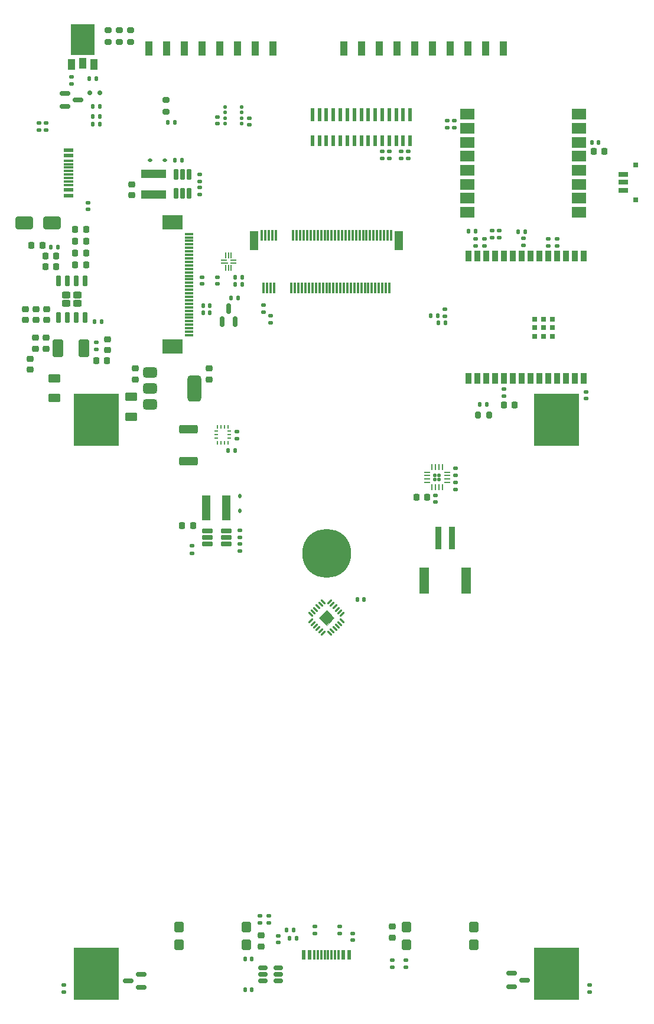
<source format=gbp>
G04 #@! TF.GenerationSoftware,KiCad,Pcbnew,9.0.2*
G04 #@! TF.CreationDate,2025-06-10T21:15:00+02:00*
G04 #@! TF.ProjectId,badgeCarrierCard,62616467-6543-4617-9272-696572436172,V2.5*
G04 #@! TF.SameCoordinates,Original*
G04 #@! TF.FileFunction,Paste,Bot*
G04 #@! TF.FilePolarity,Positive*
%FSLAX46Y46*%
G04 Gerber Fmt 4.6, Leading zero omitted, Abs format (unit mm)*
G04 Created by KiCad (PCBNEW 9.0.2) date 2025-06-10 21:15:00*
%MOMM*%
%LPD*%
G01*
G04 APERTURE LIST*
G04 Aperture macros list*
%AMRoundRect*
0 Rectangle with rounded corners*
0 $1 Rounding radius*
0 $2 $3 $4 $5 $6 $7 $8 $9 X,Y pos of 4 corners*
0 Add a 4 corners polygon primitive as box body*
4,1,4,$2,$3,$4,$5,$6,$7,$8,$9,$2,$3,0*
0 Add four circle primitives for the rounded corners*
1,1,$1+$1,$2,$3*
1,1,$1+$1,$4,$5*
1,1,$1+$1,$6,$7*
1,1,$1+$1,$8,$9*
0 Add four rect primitives between the rounded corners*
20,1,$1+$1,$2,$3,$4,$5,0*
20,1,$1+$1,$4,$5,$6,$7,0*
20,1,$1+$1,$6,$7,$8,$9,0*
20,1,$1+$1,$8,$9,$2,$3,0*%
G04 Aperture macros list end*
%ADD10C,0.010000*%
%ADD11RoundRect,0.200000X-0.275000X0.200000X-0.275000X-0.200000X0.275000X-0.200000X0.275000X0.200000X0*%
%ADD12RoundRect,0.140000X-0.170000X0.140000X-0.170000X-0.140000X0.170000X-0.140000X0.170000X0.140000X0*%
%ADD13RoundRect,0.225000X0.250000X-0.225000X0.250000X0.225000X-0.250000X0.225000X-0.250000X-0.225000X0*%
%ADD14RoundRect,0.200000X0.200000X0.275000X-0.200000X0.275000X-0.200000X-0.275000X0.200000X-0.275000X0*%
%ADD15RoundRect,0.225000X0.225000X0.250000X-0.225000X0.250000X-0.225000X-0.250000X0.225000X-0.250000X0*%
%ADD16RoundRect,0.135000X-0.185000X0.135000X-0.185000X-0.135000X0.185000X-0.135000X0.185000X0.135000X0*%
%ADD17RoundRect,0.112500X0.187500X0.112500X-0.187500X0.112500X-0.187500X-0.112500X0.187500X-0.112500X0*%
%ADD18RoundRect,0.125000X0.137500X-0.125000X0.137500X0.125000X-0.137500X0.125000X-0.137500X-0.125000X0*%
%ADD19RoundRect,0.135000X0.135000X0.185000X-0.135000X0.185000X-0.135000X-0.185000X0.135000X-0.185000X0*%
%ADD20R,0.600000X1.450000*%
%ADD21R,0.300000X1.450000*%
%ADD22C,7.000000*%
%ADD23RoundRect,0.250000X-0.625000X0.375000X-0.625000X-0.375000X0.625000X-0.375000X0.625000X0.375000X0*%
%ADD24RoundRect,0.150000X0.587500X0.150000X-0.587500X0.150000X-0.587500X-0.150000X0.587500X-0.150000X0*%
%ADD25RoundRect,0.218750X-0.256250X0.218750X-0.256250X-0.218750X0.256250X-0.218750X0.256250X0.218750X0*%
%ADD26RoundRect,0.150000X-0.587500X-0.150000X0.587500X-0.150000X0.587500X0.150000X-0.587500X0.150000X0*%
%ADD27RoundRect,0.250000X-1.000000X-0.650000X1.000000X-0.650000X1.000000X0.650000X-1.000000X0.650000X0*%
%ADD28RoundRect,0.032500X0.342947X-0.205061X-0.205061X0.342947X-0.342947X0.205061X0.205061X-0.342947X0*%
%ADD29RoundRect,0.032500X0.342947X0.205061X0.205061X0.342947X-0.342947X-0.205061X-0.205061X-0.342947X0*%
%ADD30RoundRect,0.242500X-0.382500X0.242500X-0.382500X-0.242500X0.382500X-0.242500X0.382500X0.242500X0*%
%ADD31RoundRect,0.150000X-0.150000X0.650000X-0.150000X-0.650000X0.150000X-0.650000X0.150000X0.650000X0*%
%ADD32RoundRect,0.225000X-0.250000X0.225000X-0.250000X-0.225000X0.250000X-0.225000X0.250000X0.225000X0*%
%ADD33RoundRect,0.135000X0.185000X-0.135000X0.185000X0.135000X-0.185000X0.135000X-0.185000X-0.135000X0*%
%ADD34RoundRect,0.150000X0.150000X-0.587500X0.150000X0.587500X-0.150000X0.587500X-0.150000X-0.587500X0*%
%ADD35RoundRect,0.176250X-0.528750X-0.558750X0.528750X-0.558750X0.528750X0.558750X-0.528750X0.558750X0*%
%ADD36RoundRect,0.140000X-0.140000X-0.170000X0.140000X-0.170000X0.140000X0.170000X-0.140000X0.170000X0*%
%ADD37R,6.470000X7.460000*%
%ADD38RoundRect,0.250000X1.075000X-0.362500X1.075000X0.362500X-1.075000X0.362500X-1.075000X-0.362500X0*%
%ADD39RoundRect,0.218750X0.256250X-0.218750X0.256250X0.218750X-0.256250X0.218750X-0.256250X-0.218750X0*%
%ADD40RoundRect,0.225000X-0.225000X-0.250000X0.225000X-0.250000X0.225000X0.250000X-0.225000X0.250000X0*%
%ADD41RoundRect,0.112500X0.112500X-0.187500X0.112500X0.187500X-0.112500X0.187500X-0.112500X-0.187500X0*%
%ADD42RoundRect,0.176250X0.528750X0.558750X-0.528750X0.558750X-0.528750X-0.558750X0.528750X-0.558750X0*%
%ADD43RoundRect,0.250001X-0.499999X-0.999999X0.499999X-0.999999X0.499999X0.999999X-0.499999X0.999999X0*%
%ADD44RoundRect,0.218750X-0.218750X-0.256250X0.218750X-0.256250X0.218750X0.256250X-0.218750X0.256250X0*%
%ADD45RoundRect,0.135000X-0.135000X-0.185000X0.135000X-0.185000X0.135000X0.185000X-0.135000X0.185000X0*%
%ADD46RoundRect,0.125000X0.125000X0.125000X-0.125000X0.125000X-0.125000X-0.125000X0.125000X-0.125000X0*%
%ADD47RoundRect,0.062500X0.350000X0.062500X-0.350000X0.062500X-0.350000X-0.062500X0.350000X-0.062500X0*%
%ADD48RoundRect,0.062500X0.062500X0.350000X-0.062500X0.350000X-0.062500X-0.350000X0.062500X-0.350000X0*%
%ADD49R,0.250000X0.475000*%
%ADD50R,0.475000X0.250000*%
%ADD51R,2.000000X1.500000*%
%ADD52RoundRect,0.218750X0.218750X0.256250X-0.218750X0.256250X-0.218750X-0.256250X0.218750X-0.256250X0*%
%ADD53R,1.000000X2.000000*%
%ADD54R,1.400000X0.800000*%
%ADD55R,0.800000X0.650000*%
%ADD56R,0.900000X1.500000*%
%ADD57R,0.800000X0.800000*%
%ADD58R,1.450000X0.600000*%
%ADD59R,1.450000X0.300000*%
%ADD60RoundRect,0.162500X0.617500X0.162500X-0.617500X0.162500X-0.617500X-0.162500X0.617500X-0.162500X0*%
%ADD61R,0.900000X3.300000*%
%ADD62R,1.400000X3.700000*%
%ADD63RoundRect,0.150000X0.150000X0.200000X-0.150000X0.200000X-0.150000X-0.200000X0.150000X-0.200000X0*%
%ADD64RoundRect,0.140000X0.140000X0.170000X-0.140000X0.170000X-0.140000X-0.170000X0.140000X-0.170000X0*%
%ADD65RoundRect,0.050000X-0.437500X-0.050000X0.437500X-0.050000X0.437500X0.050000X-0.437500X0.050000X0*%
%ADD66RoundRect,0.050000X-0.337500X-0.050000X0.337500X-0.050000X0.337500X0.050000X-0.337500X0.050000X0*%
%ADD67RoundRect,0.050000X-0.050000X-0.337500X0.050000X-0.337500X0.050000X0.337500X-0.050000X0.337500X0*%
%ADD68RoundRect,0.147500X-0.172500X0.147500X-0.172500X-0.147500X0.172500X-0.147500X0.172500X0.147500X0*%
%ADD69RoundRect,0.162500X-0.162500X0.617500X-0.162500X-0.617500X0.162500X-0.617500X0.162500X0.617500X0*%
%ADD70R,1.300000X0.300000*%
%ADD71R,3.000000X2.000000*%
%ADD72RoundRect,0.147500X0.147500X0.172500X-0.147500X0.172500X-0.147500X-0.172500X0.147500X-0.172500X0*%
%ADD73R,0.600000X1.850000*%
%ADD74R,0.600000X1.650000*%
%ADD75R,1.150000X3.600000*%
%ADD76R,1.000000X1.600000*%
%ADD77R,3.400000X4.400000*%
%ADD78RoundRect,0.140000X0.170000X-0.140000X0.170000X0.140000X-0.170000X0.140000X-0.170000X-0.140000X0*%
%ADD79R,0.300000X1.550000*%
%ADD80R,1.200000X2.750000*%
%ADD81R,3.600000X1.150000*%
%ADD82RoundRect,0.150000X0.512500X0.150000X-0.512500X0.150000X-0.512500X-0.150000X0.512500X-0.150000X0*%
%ADD83RoundRect,0.375000X-0.625000X-0.375000X0.625000X-0.375000X0.625000X0.375000X-0.625000X0.375000X0*%
%ADD84RoundRect,0.500000X-0.500000X-1.400000X0.500000X-1.400000X0.500000X1.400000X-0.500000X1.400000X0*%
G04 APERTURE END LIST*
D10*
G04 #@! TO.C,U1*
X76087744Y-118700400D02*
X74998800Y-119789344D01*
X73909856Y-118700400D01*
X74998800Y-117611456D01*
X76087744Y-118700400D01*
G36*
X76087744Y-118700400D02*
G01*
X74998800Y-119789344D01*
X73909856Y-118700400D01*
X74998800Y-117611456D01*
X76087744Y-118700400D01*
G37*
G04 #@! TD*
D11*
G04 #@! TO.C,R52*
X46931374Y-34575000D03*
X46931374Y-36225000D03*
G04 #@! TD*
D12*
G04 #@! TO.C,C47*
X78800000Y-163920000D03*
X78800000Y-164880000D03*
G04 #@! TD*
D13*
G04 #@! TO.C,C19*
X31900000Y-76075000D03*
X31900000Y-74525000D03*
G04 #@! TD*
D14*
G04 #@! TO.C,R44*
X98325000Y-89700000D03*
X96675000Y-89700000D03*
G04 #@! TD*
D15*
G04 #@! TO.C,C17*
X34275000Y-65400000D03*
X32725000Y-65400000D03*
G04 #@! TD*
D16*
G04 #@! TO.C,R4*
X55768400Y-108438000D03*
X55768400Y-109458000D03*
G04 #@! TD*
D17*
G04 #@! TO.C,D14*
X51850000Y-53200000D03*
X49750000Y-53200000D03*
G04 #@! TD*
D18*
G04 #@! TO.C,U7*
X62816200Y-47949600D03*
X62816200Y-47149600D03*
X62816200Y-46349600D03*
X62816200Y-45549600D03*
X60441200Y-45549600D03*
X60441200Y-46349600D03*
X60441200Y-47149600D03*
X60441200Y-47949600D03*
G04 #@! TD*
D16*
G04 #@! TO.C,R2*
X62560000Y-108140000D03*
X62560000Y-109160000D03*
G04 #@! TD*
D19*
G04 #@! TO.C,R37*
X42510000Y-45500000D03*
X41490000Y-45500000D03*
G04 #@! TD*
D16*
G04 #@! TO.C,R5*
X67034000Y-75440800D03*
X67034000Y-76460800D03*
G04 #@! TD*
D20*
G04 #@! TO.C,J8*
X78250000Y-166955000D03*
X77450000Y-166955000D03*
D21*
X76250000Y-166955000D03*
X75250000Y-166955000D03*
X74750000Y-166955000D03*
X73750000Y-166955000D03*
D20*
X72550000Y-166955000D03*
X71750000Y-166955000D03*
X71750000Y-166955000D03*
X72550000Y-166955000D03*
D21*
X73250000Y-166955000D03*
X74250000Y-166955000D03*
X75750000Y-166955000D03*
X76750000Y-166955000D03*
D20*
X77450000Y-166955000D03*
X78250000Y-166955000D03*
G04 #@! TD*
D22*
G04 #@! TO.C,H5*
X75000000Y-109500000D03*
G04 #@! TD*
D23*
G04 #@! TO.C,F1*
X36000000Y-84400000D03*
X36000000Y-87200000D03*
G04 #@! TD*
D24*
G04 #@! TO.C,Q1*
X48437500Y-169750000D03*
X48437500Y-171650000D03*
X46562500Y-170700000D03*
G04 #@! TD*
D25*
G04 #@! TO.C,D8*
X84400000Y-162962500D03*
X84400000Y-164537500D03*
G04 #@! TD*
D16*
G04 #@! TO.C,R7*
X92300000Y-47490000D03*
X92300000Y-48510000D03*
G04 #@! TD*
D26*
G04 #@! TO.C,Q3*
X101562500Y-171550000D03*
X101562500Y-169650000D03*
X103437500Y-170600000D03*
G04 #@! TD*
D27*
G04 #@! TO.C,D1*
X31700000Y-62200000D03*
X35700000Y-62200000D03*
G04 #@! TD*
D28*
G04 #@! TO.C,U1*
X77250935Y-119184768D03*
X76897382Y-119538322D03*
X76543828Y-119891875D03*
X76190275Y-120245428D03*
X75836722Y-120598982D03*
X75483168Y-120952535D03*
D29*
X74514432Y-120952535D03*
X74160878Y-120598982D03*
X73807325Y-120245428D03*
X73453772Y-119891875D03*
X73100218Y-119538322D03*
X72746665Y-119184768D03*
D28*
X72746665Y-118216032D03*
X73100218Y-117862478D03*
X73453772Y-117508925D03*
X73807325Y-117155372D03*
X74160878Y-116801818D03*
X74514432Y-116448265D03*
D29*
X75483168Y-116448265D03*
X75836722Y-116801818D03*
X76190275Y-117155372D03*
X76543828Y-117508925D03*
X76897382Y-117862478D03*
X77250935Y-118216032D03*
G04 #@! TD*
D19*
G04 #@! TO.C,R36*
X62310000Y-72900000D03*
X61290000Y-72900000D03*
G04 #@! TD*
D30*
G04 #@! TO.C,U2*
X39275000Y-72500000D03*
X37725000Y-72500000D03*
X39275000Y-73700000D03*
X37725000Y-73700000D03*
D31*
X36595000Y-70450000D03*
X37865000Y-70450000D03*
X39135000Y-70450000D03*
X40405000Y-70450000D03*
X40405000Y-75750000D03*
X39135000Y-75750000D03*
X37865000Y-75750000D03*
X36595000Y-75750000D03*
G04 #@! TD*
D32*
G04 #@! TO.C,C25*
X34800000Y-78625000D03*
X34800000Y-80175000D03*
G04 #@! TD*
D16*
G04 #@! TO.C,R47*
X86425000Y-167751250D03*
X86425000Y-168771250D03*
G04 #@! TD*
D19*
G04 #@! TO.C,R23*
X53310000Y-47800000D03*
X52290000Y-47800000D03*
G04 #@! TD*
D33*
G04 #@! TO.C,R18*
X91960000Y-75510000D03*
X91960000Y-74490000D03*
G04 #@! TD*
D34*
G04 #@! TO.C,Q2*
X61950000Y-76337500D03*
X60050000Y-76337500D03*
X61000000Y-74462500D03*
G04 #@! TD*
D35*
G04 #@! TO.C,U9*
X86457500Y-165570000D03*
X86457500Y-163030000D03*
X96157500Y-163030000D03*
X96157500Y-165570000D03*
G04 #@! TD*
D16*
G04 #@! TO.C,R17*
X42000000Y-79290000D03*
X42000000Y-80310000D03*
G04 #@! TD*
D12*
G04 #@! TO.C,C15*
X62185000Y-92070000D03*
X62185000Y-93030000D03*
G04 #@! TD*
D36*
G04 #@! TO.C,C46*
X53320000Y-53200000D03*
X54280000Y-53200000D03*
G04 #@! TD*
D16*
G04 #@! TO.C,R33*
X93510000Y-97310000D03*
X93510000Y-98330000D03*
G04 #@! TD*
D37*
G04 #@! TO.C,BT1*
X42000000Y-90330000D03*
X42000000Y-169670000D03*
G04 #@! TD*
D32*
G04 #@! TO.C,C32*
X58200000Y-83025000D03*
X58200000Y-84575000D03*
G04 #@! TD*
D33*
G04 #@! TO.C,R42*
X86720558Y-52969443D03*
X86720558Y-51949443D03*
G04 #@! TD*
D11*
G04 #@! TO.C,R51*
X43731374Y-34575000D03*
X43731374Y-36225000D03*
G04 #@! TD*
D23*
G04 #@! TO.C,F2*
X47000000Y-87100000D03*
X47000000Y-89900000D03*
G04 #@! TD*
D38*
G04 #@! TO.C,R13*
X55200000Y-96312500D03*
X55200000Y-91687500D03*
G04 #@! TD*
D32*
G04 #@! TO.C,C26*
X32500000Y-81650000D03*
X32500000Y-83200000D03*
G04 #@! TD*
D36*
G04 #@! TO.C,C48*
X69720000Y-164600000D03*
X70680000Y-164600000D03*
G04 #@! TD*
D12*
G04 #@! TO.C,C6*
X112237003Y-86354285D03*
X112237003Y-87314285D03*
G04 #@! TD*
D33*
G04 #@! TO.C,R3*
X33800000Y-48910000D03*
X33800000Y-47890000D03*
G04 #@! TD*
D39*
G04 #@! TO.C,D7*
X65600000Y-165787500D03*
X65600000Y-164212500D03*
G04 #@! TD*
D36*
G04 #@! TO.C,C1*
X79407373Y-116110171D03*
X80367373Y-116110171D03*
G04 #@! TD*
D40*
G04 #@! TO.C,C21*
X42025000Y-81900000D03*
X43575000Y-81900000D03*
G04 #@! TD*
D41*
G04 #@! TO.C,D13*
X62600000Y-103360000D03*
X62600000Y-101260000D03*
G04 #@! TD*
D42*
G04 #@! TO.C,U10*
X63550000Y-163030000D03*
X63550000Y-165570000D03*
X53850000Y-165570000D03*
X53850000Y-163030000D03*
G04 #@! TD*
D43*
G04 #@! TO.C,L1*
X36550000Y-80100000D03*
X40250000Y-80100000D03*
G04 #@! TD*
D44*
G04 #@! TO.C,D3*
X39012500Y-64800000D03*
X40587500Y-64800000D03*
G04 #@! TD*
D16*
G04 #@! TO.C,R1*
X34800000Y-47890000D03*
X34800000Y-48910000D03*
G04 #@! TD*
D33*
G04 #@! TO.C,R24*
X108035000Y-65435000D03*
X108035000Y-64415000D03*
G04 #@! TD*
D45*
G04 #@! TO.C,R22*
X96950000Y-88200000D03*
X97970000Y-88200000D03*
G04 #@! TD*
D33*
G04 #@! TO.C,R54*
X38500000Y-42310000D03*
X38500000Y-41290000D03*
G04 #@! TD*
D46*
G04 #@! TO.C,U6*
X91160000Y-98920000D03*
X91160000Y-98300000D03*
X90540000Y-98920000D03*
X90540000Y-98300000D03*
D47*
X92287500Y-97860000D03*
X92287500Y-98360000D03*
X92287500Y-98860000D03*
X92287500Y-99360000D03*
D48*
X91600000Y-100047500D03*
X91100000Y-100047500D03*
X90600000Y-100047500D03*
X90100000Y-100047500D03*
D47*
X89412500Y-99360000D03*
X89412500Y-98860000D03*
X89412500Y-98360000D03*
X89412500Y-97860000D03*
D48*
X90100000Y-97172500D03*
X90600000Y-97172500D03*
X91100000Y-97172500D03*
X91600000Y-97172500D03*
G04 #@! TD*
D49*
G04 #@! TO.C,U8*
X59388348Y-91339165D03*
X59888348Y-91339165D03*
X60388348Y-91339165D03*
X60888348Y-91339165D03*
D50*
X61050848Y-92001665D03*
X61050848Y-92501665D03*
X61050848Y-93001665D03*
D49*
X60888348Y-93664165D03*
X60388348Y-93664165D03*
X59888348Y-93664165D03*
X59388348Y-93664165D03*
D50*
X59225848Y-93001665D03*
X59225848Y-92501665D03*
X59225848Y-92001665D03*
G04 #@! TD*
D51*
G04 #@! TO.C,U5*
X111230000Y-46624000D03*
X111230000Y-48624000D03*
X111230000Y-50624000D03*
X111230000Y-52624000D03*
X111230000Y-54624000D03*
X111230000Y-56624000D03*
X111230000Y-58624000D03*
X111230000Y-60624000D03*
X95230000Y-60624000D03*
X95230000Y-58624000D03*
X95230000Y-56624000D03*
X95230000Y-54624000D03*
X95230000Y-52624000D03*
X95230000Y-50624000D03*
X95230000Y-48624000D03*
X95230000Y-46624000D03*
G04 #@! TD*
D33*
G04 #@! TO.C,R11*
X73360000Y-163910000D03*
X73360000Y-162890000D03*
G04 #@! TD*
D52*
G04 #@! TO.C,D2*
X40587500Y-63100000D03*
X39012500Y-63100000D03*
G04 #@! TD*
D36*
G04 #@! TO.C,C49*
X63320000Y-167600000D03*
X64280000Y-167600000D03*
G04 #@! TD*
G04 #@! TO.C,C12*
X57320000Y-75000000D03*
X58280000Y-75000000D03*
G04 #@! TD*
D53*
G04 #@! TO.C,J7*
X100330000Y-37210000D03*
X97790000Y-37210000D03*
X95250000Y-37210000D03*
X92710000Y-37210000D03*
X90170000Y-37210000D03*
X87630000Y-37210000D03*
X85090000Y-37210000D03*
X82550000Y-37210000D03*
X80010000Y-37210000D03*
X77470000Y-37210000D03*
G04 #@! TD*
D54*
G04 #@! TO.C,PWR_BUTTON1*
X117544543Y-55209611D03*
X117544543Y-56359611D03*
X117544543Y-57509611D03*
D55*
X119296571Y-53884611D03*
X119296571Y-58834611D03*
G04 #@! TD*
D56*
G04 #@! TO.C,U4*
X111845000Y-84424000D03*
X110575000Y-84424000D03*
X109305000Y-84424000D03*
X108035000Y-84424000D03*
X106765000Y-84424000D03*
X105495000Y-84424000D03*
X104225000Y-84424000D03*
X102955000Y-84424000D03*
X101685000Y-84424000D03*
X100415000Y-84424000D03*
X99145000Y-84424000D03*
X97875000Y-84424000D03*
X96605000Y-84424000D03*
X95335000Y-84424000D03*
X95335000Y-66924000D03*
X96605000Y-66924000D03*
X97875000Y-66924000D03*
X99145000Y-66924000D03*
X100415000Y-66924000D03*
X101685000Y-66924000D03*
X102955000Y-66924000D03*
X104225000Y-66924000D03*
X105495000Y-66924000D03*
X106765000Y-66924000D03*
X108035000Y-66924000D03*
X109305000Y-66924000D03*
X110575000Y-66924000D03*
X111845000Y-66924000D03*
D57*
X104875000Y-78429000D03*
X106125000Y-78429000D03*
X107375000Y-78429000D03*
X104875000Y-77179000D03*
X106125000Y-77179000D03*
X107375000Y-77179000D03*
X104875000Y-75929000D03*
X106125000Y-75929000D03*
X107375000Y-75929000D03*
G04 #@! TD*
D58*
G04 #@! TO.C,J1*
X38045000Y-58250000D03*
X38045000Y-57450000D03*
D59*
X38045000Y-56250000D03*
X38045000Y-55250000D03*
X38045000Y-54750000D03*
X38045000Y-53750000D03*
D58*
X38045000Y-52550000D03*
X38045000Y-51750000D03*
X38045000Y-51750000D03*
X38045000Y-52550000D03*
D59*
X38045000Y-53250000D03*
X38045000Y-54250000D03*
X38045000Y-55750000D03*
X38045000Y-56750000D03*
D58*
X38045000Y-57450000D03*
X38045000Y-58250000D03*
G04 #@! TD*
D12*
G04 #@! TO.C,C45*
X68100800Y-164274400D03*
X68100800Y-165234400D03*
G04 #@! TD*
D40*
G04 #@! TO.C,C8*
X113305000Y-51900000D03*
X114855000Y-51900000D03*
G04 #@! TD*
D33*
G04 #@! TO.C,R29*
X99770000Y-64260000D03*
X99770000Y-63240000D03*
G04 #@! TD*
D36*
G04 #@! TO.C,C23*
X41020000Y-41500000D03*
X41980000Y-41500000D03*
G04 #@! TD*
D33*
G04 #@! TO.C,R40*
X83990000Y-52970000D03*
X83990000Y-51950000D03*
G04 #@! TD*
D45*
G04 #@! TO.C,R30*
X102439600Y-63431200D03*
X103459600Y-63431200D03*
G04 #@! TD*
D15*
G04 #@! TO.C,C3*
X36275000Y-68410000D03*
X34725000Y-68410000D03*
G04 #@! TD*
D60*
G04 #@! TO.C,U15*
X60650000Y-106260000D03*
X60650000Y-107210000D03*
X60650000Y-108160000D03*
X57950000Y-108160000D03*
X57950000Y-107210000D03*
X57950000Y-106260000D03*
G04 #@! TD*
D15*
G04 #@! TO.C,C9*
X89435000Y-101495000D03*
X87885000Y-101495000D03*
G04 #@! TD*
D45*
G04 #@! TO.C,R15*
X41790000Y-76300000D03*
X42810000Y-76300000D03*
G04 #@! TD*
D12*
G04 #@! TO.C,C10*
X90635000Y-101195000D03*
X90635000Y-102155000D03*
G04 #@! TD*
D33*
G04 #@! TO.C,R12*
X76860000Y-163900000D03*
X76860000Y-162880000D03*
G04 #@! TD*
D61*
G04 #@! TO.C,LS1*
X93000000Y-107300000D03*
X91000000Y-107300000D03*
D62*
X95000000Y-113400000D03*
X89000000Y-113400000D03*
G04 #@! TD*
D33*
G04 #@! TO.C,R31*
X103203600Y-65414400D03*
X103203600Y-64394400D03*
G04 #@! TD*
D12*
G04 #@! TO.C,C14*
X63916200Y-47144600D03*
X63916200Y-48104600D03*
G04 #@! TD*
D63*
G04 #@! TO.C,D6*
X41100000Y-43500000D03*
X42500000Y-43500000D03*
G04 #@! TD*
D33*
G04 #@! TO.C,R41*
X85728400Y-52968400D03*
X85728400Y-51948400D03*
G04 #@! TD*
D64*
G04 #@! TO.C,C4*
X92040000Y-76450000D03*
X91080000Y-76450000D03*
G04 #@! TD*
D65*
G04 #@! TO.C,U11*
X60397500Y-67910000D03*
D66*
X60297500Y-67510000D03*
D67*
X60560000Y-66847500D03*
X60960000Y-66847500D03*
X61360000Y-66847500D03*
D66*
X61622500Y-67510000D03*
X61622500Y-67910000D03*
D67*
X61360000Y-68572500D03*
X60960000Y-68572500D03*
X60560000Y-68572500D03*
G04 #@! TD*
D37*
G04 #@! TO.C,BT2*
X108000000Y-90330000D03*
X108000000Y-169670000D03*
G04 #@! TD*
D44*
G04 #@! TO.C,D5*
X39012500Y-68200000D03*
X40587500Y-68200000D03*
G04 #@! TD*
D36*
G04 #@! TO.C,C16*
X60930000Y-94775000D03*
X61890000Y-94775000D03*
G04 #@! TD*
D53*
G04 #@! TO.C,J3*
X67310000Y-37210000D03*
X64770000Y-37210000D03*
X62230000Y-37210000D03*
X59690000Y-37210000D03*
X57150000Y-37210000D03*
X54610000Y-37210000D03*
X52070000Y-37210000D03*
X49530000Y-37210000D03*
G04 #@! TD*
D13*
G04 #@! TO.C,C30*
X47100000Y-58175000D03*
X47100000Y-56625000D03*
G04 #@! TD*
D12*
G04 #@! TO.C,C44*
X62575600Y-106232800D03*
X62575600Y-107192800D03*
G04 #@! TD*
D19*
G04 #@! TO.C,R9*
X62910000Y-70000000D03*
X61890000Y-70000000D03*
G04 #@! TD*
D33*
G04 #@! TO.C,R26*
X96360000Y-65440000D03*
X96360000Y-64420000D03*
G04 #@! TD*
D68*
G04 #@! TO.C,FB1*
X40820000Y-59265000D03*
X40820000Y-60235000D03*
G04 #@! TD*
D33*
G04 #@! TO.C,R32*
X93510000Y-100380000D03*
X93510000Y-99360000D03*
G04 #@! TD*
D45*
G04 #@! TO.C,R10*
X61890000Y-71000000D03*
X62910000Y-71000000D03*
G04 #@! TD*
D33*
G04 #@! TO.C,R48*
X112700000Y-172310000D03*
X112700000Y-171290000D03*
G04 #@! TD*
D69*
G04 #@! TO.C,U16*
X53450000Y-55250000D03*
X54400000Y-55250000D03*
X55350000Y-55250000D03*
X55350000Y-57950000D03*
X54400000Y-57950000D03*
X53450000Y-57950000D03*
G04 #@! TD*
D33*
G04 #@! TO.C,R34*
X56800000Y-58110000D03*
X56800000Y-57090000D03*
G04 #@! TD*
D70*
G04 #@! TO.C,J9*
X55300000Y-78250000D03*
X55300000Y-77750000D03*
X55300000Y-77250000D03*
X55300000Y-76750000D03*
X55300000Y-76250000D03*
X55300000Y-75750000D03*
X55300000Y-75250000D03*
X55300000Y-74750000D03*
X55300000Y-74250000D03*
X55300000Y-73750000D03*
X55300000Y-73250000D03*
X55300000Y-72750000D03*
X55300000Y-72250000D03*
X55300000Y-71750000D03*
X55300000Y-71250000D03*
X55300000Y-70750000D03*
X55300000Y-70250000D03*
X55300000Y-69750000D03*
X55300000Y-69250000D03*
X55300000Y-68750000D03*
X55300000Y-68250000D03*
X55300000Y-67750000D03*
X55300000Y-67250000D03*
X55300000Y-66750000D03*
X55300000Y-66250000D03*
X55300000Y-65750000D03*
X55300000Y-65250000D03*
X55300000Y-64750000D03*
X55300000Y-64250000D03*
X55300000Y-63750000D03*
D71*
X52950000Y-79900000D03*
X52950000Y-62100000D03*
G04 #@! TD*
D15*
G04 #@! TO.C,C2*
X36275000Y-66900000D03*
X34725000Y-66900000D03*
G04 #@! TD*
D32*
G04 #@! TO.C,C24*
X33300000Y-78625000D03*
X33300000Y-80175000D03*
G04 #@! TD*
D36*
G04 #@! TO.C,C50*
X63320000Y-172000000D03*
X64280000Y-172000000D03*
G04 #@! TD*
D45*
G04 #@! TO.C,R19*
X89962600Y-75433000D03*
X90982600Y-75433000D03*
G04 #@! TD*
D19*
G04 #@! TO.C,R49*
X42510000Y-46900000D03*
X41490000Y-46900000D03*
G04 #@! TD*
D40*
G04 #@! TO.C,C5*
X100410000Y-88275000D03*
X101960000Y-88275000D03*
G04 #@! TD*
D19*
G04 #@! TO.C,R21*
X96350000Y-63380000D03*
X95330000Y-63380000D03*
G04 #@! TD*
D33*
G04 #@! TO.C,R25*
X106760000Y-65435000D03*
X106760000Y-64415000D03*
G04 #@! TD*
D72*
G04 #@! TO.C,FB2*
X70285000Y-163400000D03*
X69315000Y-163400000D03*
G04 #@! TD*
D11*
G04 #@! TO.C,R16*
X52000000Y-44575000D03*
X52000000Y-46225000D03*
G04 #@! TD*
D36*
G04 #@! TO.C,C11*
X57320000Y-74000000D03*
X58280000Y-74000000D03*
G04 #@! TD*
D19*
G04 #@! TO.C,R14*
X36510000Y-65600000D03*
X35490000Y-65600000D03*
G04 #@! TD*
D33*
G04 #@! TO.C,R38*
X65500000Y-162410000D03*
X65500000Y-161390000D03*
G04 #@! TD*
D13*
G04 #@! TO.C,C18*
X33400000Y-76075000D03*
X33400000Y-74525000D03*
G04 #@! TD*
D73*
G04 #@! TO.C,J6*
X72992994Y-46654506D03*
D74*
X72992994Y-50404506D03*
D73*
X73992994Y-46654506D03*
D74*
X73992994Y-50404506D03*
D73*
X74992994Y-46654506D03*
D74*
X74992994Y-50404506D03*
D73*
X75992994Y-46654506D03*
D74*
X75992994Y-50404506D03*
D73*
X76992994Y-46654506D03*
D74*
X76992994Y-50404506D03*
D73*
X77992994Y-46654506D03*
D74*
X77992994Y-50404506D03*
D73*
X78992994Y-46654506D03*
D74*
X78992994Y-50404506D03*
D73*
X79992994Y-46654506D03*
D74*
X79992994Y-50404506D03*
D73*
X80992994Y-46654506D03*
D74*
X80992994Y-50404506D03*
D73*
X81992994Y-46654506D03*
D74*
X81992994Y-50404506D03*
D73*
X82992994Y-46654506D03*
D74*
X82992994Y-50404506D03*
D73*
X83992994Y-46654506D03*
D74*
X83992994Y-50404506D03*
D73*
X84992994Y-46654506D03*
D74*
X84992994Y-50404506D03*
D73*
X85992994Y-46654506D03*
D74*
X85992994Y-50404506D03*
D73*
X86992994Y-46654506D03*
D74*
X86992994Y-50404506D03*
G04 #@! TD*
D75*
G04 #@! TO.C,L3*
X57725000Y-103010000D03*
X60675000Y-103010000D03*
G04 #@! TD*
D26*
G04 #@! TO.C,Q4*
X37500000Y-45500000D03*
X37500000Y-43600000D03*
X39375000Y-44550000D03*
G04 #@! TD*
D33*
G04 #@! TO.C,R39*
X82990000Y-52970000D03*
X82990000Y-51950000D03*
G04 #@! TD*
D13*
G04 #@! TO.C,C20*
X34900000Y-76075000D03*
X34900000Y-74525000D03*
G04 #@! TD*
D32*
G04 #@! TO.C,C22*
X43600000Y-78825000D03*
X43600000Y-80375000D03*
G04 #@! TD*
D76*
G04 #@! TO.C,M1*
X41700000Y-39500000D03*
X40100000Y-39300000D03*
X38500000Y-39500000D03*
D77*
X40100000Y-35950000D03*
G04 #@! TD*
D33*
G04 #@! TO.C,R43*
X37400000Y-172310000D03*
X37400000Y-171290000D03*
G04 #@! TD*
D78*
G04 #@! TO.C,C13*
X59416200Y-47954600D03*
X59416200Y-46994600D03*
G04 #@! TD*
D33*
G04 #@! TO.C,R27*
X97630000Y-65440000D03*
X97630000Y-64420000D03*
G04 #@! TD*
G04 #@! TO.C,R28*
X98770000Y-64260000D03*
X98770000Y-63240000D03*
G04 #@! TD*
D52*
G04 #@! TO.C,D4*
X40587500Y-66500000D03*
X39012500Y-66500000D03*
G04 #@! TD*
D16*
G04 #@! TO.C,R35*
X56800000Y-55190000D03*
X56800000Y-56210000D03*
G04 #@! TD*
D33*
G04 #@! TO.C,R50*
X66700000Y-162410000D03*
X66700000Y-161390000D03*
G04 #@! TD*
D11*
G04 #@! TO.C,R45*
X45331374Y-34575000D03*
X45331374Y-36225000D03*
G04 #@! TD*
D19*
G04 #@! TO.C,R53*
X42520000Y-48000000D03*
X41500000Y-48000000D03*
G04 #@! TD*
D16*
G04 #@! TO.C,R46*
X84435000Y-167751250D03*
X84435000Y-168771250D03*
G04 #@! TD*
D33*
G04 #@! TO.C,R6*
X66018000Y-74964800D03*
X66018000Y-73944800D03*
G04 #@! TD*
D16*
G04 #@! TO.C,R8*
X93300000Y-47490000D03*
X93300000Y-48510000D03*
G04 #@! TD*
D79*
G04 #@! TO.C,J2*
X84250000Y-63933000D03*
X84000000Y-71483000D03*
X83750000Y-63933000D03*
X83500000Y-71483000D03*
X83250000Y-63933000D03*
X83000000Y-71483000D03*
X82750000Y-63933000D03*
X82500000Y-71483000D03*
X82250000Y-63933000D03*
X82000000Y-71483000D03*
X81750000Y-63933000D03*
X81500000Y-71483000D03*
X81250000Y-63933000D03*
X81000000Y-71483000D03*
X80750000Y-63933000D03*
X80500000Y-71483000D03*
X80250000Y-63933000D03*
X80000000Y-71483000D03*
X79750000Y-63933000D03*
X79500000Y-71483000D03*
X79250000Y-63933000D03*
X79000000Y-71483000D03*
X78750000Y-63933000D03*
X78500000Y-71483000D03*
X78250000Y-63933000D03*
X78000000Y-71483000D03*
X77750000Y-63933000D03*
X77500000Y-71483000D03*
X77250000Y-63933000D03*
X77000000Y-71483000D03*
X76750000Y-63933000D03*
X76500000Y-71483000D03*
X76250000Y-63933000D03*
X76000000Y-71483000D03*
X75750000Y-63933000D03*
X75500000Y-71483000D03*
X75250000Y-63933000D03*
X75000000Y-71483000D03*
X74750000Y-63933000D03*
X74500000Y-71483000D03*
X74250000Y-63933000D03*
X74000000Y-71483000D03*
X73750000Y-63933000D03*
X73500000Y-71483000D03*
X73250000Y-63933000D03*
X73000000Y-71483000D03*
X72750000Y-63933000D03*
X72500000Y-71483000D03*
X72250000Y-63933000D03*
X72000000Y-71483000D03*
X71750000Y-63933000D03*
X71500000Y-71483000D03*
X71250000Y-63933000D03*
X71000000Y-71483000D03*
X70750000Y-63933000D03*
X70500000Y-71483000D03*
X70250000Y-63933000D03*
X70000000Y-71483000D03*
X67750000Y-63933000D03*
X67500000Y-71483000D03*
X67250000Y-63933000D03*
X67000000Y-71483000D03*
X66750000Y-63933000D03*
X66500000Y-71483000D03*
X66250000Y-63933000D03*
X66000000Y-71483000D03*
X65750000Y-63933000D03*
D80*
X85350000Y-64708000D03*
X64650000Y-64708000D03*
G04 #@! TD*
D15*
G04 #@! TO.C,C29*
X55883000Y-105544400D03*
X54333000Y-105544400D03*
G04 #@! TD*
D78*
G04 #@! TO.C,C51*
X59400000Y-70880000D03*
X59400000Y-69920000D03*
G04 #@! TD*
G04 #@! TO.C,C52*
X57200000Y-70880000D03*
X57200000Y-69920000D03*
G04 #@! TD*
D81*
G04 #@! TO.C,L4*
X50200000Y-58075000D03*
X50200000Y-55125000D03*
G04 #@! TD*
D33*
G04 #@! TO.C,R20*
X100410000Y-86950000D03*
X100410000Y-85930000D03*
G04 #@! TD*
D82*
G04 #@! TO.C,U12*
X68137500Y-168850000D03*
X68137500Y-169800000D03*
X68137500Y-170750000D03*
X65862500Y-170750000D03*
X65862500Y-169800000D03*
X65862500Y-168850000D03*
G04 #@! TD*
D36*
G04 #@! TO.C,C7*
X113030000Y-50630000D03*
X113990000Y-50630000D03*
G04 #@! TD*
D83*
G04 #@! TO.C,U3*
X49750000Y-88200000D03*
X49750000Y-85900000D03*
D84*
X56050000Y-85900000D03*
D83*
X49750000Y-83600000D03*
G04 #@! TD*
D32*
G04 #@! TO.C,C31*
X47600000Y-83025000D03*
X47600000Y-84575000D03*
G04 #@! TD*
M02*

</source>
